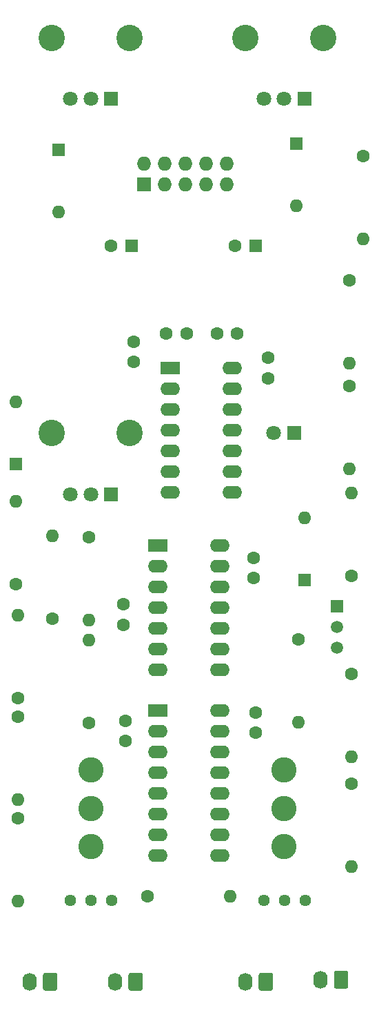
<source format=gbr>
%TF.GenerationSoftware,KiCad,Pcbnew,(5.1.12-1-10_14)*%
%TF.CreationDate,2023-08-06T16:49:54+02:00*%
%TF.ProjectId,xorcist_board,786f7263-6973-4745-9f62-6f6172642e6b,rev?*%
%TF.SameCoordinates,Original*%
%TF.FileFunction,Soldermask,Bot*%
%TF.FilePolarity,Negative*%
%FSLAX46Y46*%
G04 Gerber Fmt 4.6, Leading zero omitted, Abs format (unit mm)*
G04 Created by KiCad (PCBNEW (5.1.12-1-10_14)) date 2023-08-06 16:49:54*
%MOMM*%
%LPD*%
G01*
G04 APERTURE LIST*
%ADD10R,1.800000X1.800000*%
%ADD11C,1.800000*%
%ADD12O,1.740000X2.200000*%
%ADD13C,1.600000*%
%ADD14O,1.600000X1.600000*%
%ADD15O,2.400000X1.600000*%
%ADD16R,2.400000X1.600000*%
%ADD17R,1.600000X1.600000*%
%ADD18C,1.440000*%
%ADD19C,3.240000*%
%ADD20R,1.727200X1.727200*%
%ADD21O,1.727200X1.727200*%
%ADD22C,1.500000*%
%ADD23R,1.500000X1.500000*%
%ADD24C,3.100000*%
G04 APERTURE END LIST*
D10*
%TO.C,D3*%
X327500000Y-87000000D03*
D11*
X324960000Y-87000000D03*
%TD*%
%TO.C,Output*%
G36*
G01*
X308870000Y-153399999D02*
X308870000Y-155100001D01*
G75*
G02*
X308620001Y-155350000I-249999J0D01*
G01*
X307379999Y-155350000D01*
G75*
G02*
X307130000Y-155100001I0J249999D01*
G01*
X307130000Y-153399999D01*
G75*
G02*
X307379999Y-153150000I249999J0D01*
G01*
X308620001Y-153150000D01*
G75*
G02*
X308870000Y-153399999I0J-249999D01*
G01*
G37*
D12*
X305460000Y-154250000D03*
%TD*%
D13*
%TO.C,R5*%
X302250000Y-122500000D03*
D14*
X302250000Y-112340000D03*
%TD*%
D15*
%TO.C,U3*%
X318370000Y-100750000D03*
X310750000Y-115990000D03*
X318370000Y-103290000D03*
X310750000Y-113450000D03*
X318370000Y-105830000D03*
X310750000Y-110910000D03*
X318370000Y-108370000D03*
X310750000Y-108370000D03*
X318370000Y-110910000D03*
X310750000Y-105830000D03*
X318370000Y-113450000D03*
X310750000Y-103290000D03*
X318370000Y-115990000D03*
D16*
X310750000Y-100750000D03*
%TD*%
D15*
%TO.C,U2*%
X318370000Y-121000000D03*
X310750000Y-138780000D03*
X318370000Y-123540000D03*
X310750000Y-136240000D03*
X318370000Y-126080000D03*
X310750000Y-133700000D03*
X318370000Y-128620000D03*
X310750000Y-131160000D03*
X318370000Y-131160000D03*
X310750000Y-128620000D03*
X318370000Y-133700000D03*
X310750000Y-126080000D03*
X318370000Y-136240000D03*
X310750000Y-123540000D03*
X318370000Y-138780000D03*
D16*
X310750000Y-121000000D03*
%TD*%
D14*
%TO.C,D5*%
X328750000Y-97380000D03*
D17*
X328750000Y-105000000D03*
%TD*%
D14*
%TO.C,R2*%
X336000000Y-63160000D03*
D13*
X336000000Y-53000000D03*
%TD*%
D18*
%TO.C,RV5*%
X328830000Y-144250000D03*
X326290000Y-144250000D03*
X323750000Y-144250000D03*
%TD*%
%TO.C,RV4*%
X305080000Y-144250000D03*
X302540000Y-144250000D03*
X300000000Y-144250000D03*
%TD*%
D14*
%TO.C,D4*%
X293250000Y-83130000D03*
D17*
X293250000Y-90750000D03*
%TD*%
D19*
%TO.C,RV3*%
X307300000Y-87000000D03*
X297700000Y-87000000D03*
D11*
X300000000Y-94500000D03*
X302500000Y-94500000D03*
D10*
X305000000Y-94500000D03*
%TD*%
D12*
%TO.C,PitchInput*%
X321460000Y-154250000D03*
G36*
G01*
X324870000Y-153399999D02*
X324870000Y-155100001D01*
G75*
G02*
X324620001Y-155350000I-249999J0D01*
G01*
X323379999Y-155350000D01*
G75*
G02*
X323130000Y-155100001I0J249999D01*
G01*
X323130000Y-153399999D01*
G75*
G02*
X323379999Y-153150000I249999J0D01*
G01*
X324620001Y-153150000D01*
G75*
G02*
X324870000Y-153399999I0J-249999D01*
G01*
G37*
%TD*%
D17*
%TO.C,D2*%
X298500000Y-52250000D03*
D14*
X298500000Y-59870000D03*
%TD*%
D20*
%TO.C,J1*%
X309000000Y-56500000D03*
D21*
X309000000Y-53960000D03*
X311540000Y-56500000D03*
X311540000Y-53960000D03*
X314080000Y-56500000D03*
X314080000Y-53960000D03*
X316620000Y-56500000D03*
X316620000Y-53960000D03*
X319160000Y-56500000D03*
X319160000Y-53960000D03*
%TD*%
%TO.C,Input1*%
G36*
G01*
X298370000Y-153399999D02*
X298370000Y-155100001D01*
G75*
G02*
X298120001Y-155350000I-249999J0D01*
G01*
X296879999Y-155350000D01*
G75*
G02*
X296630000Y-155100001I0J249999D01*
G01*
X296630000Y-153399999D01*
G75*
G02*
X296879999Y-153150000I249999J0D01*
G01*
X298120001Y-153150000D01*
G75*
G02*
X298370000Y-153399999I0J-249999D01*
G01*
G37*
D12*
X294960000Y-154250000D03*
%TD*%
%TO.C,Input2*%
X330710000Y-154000000D03*
G36*
G01*
X334120000Y-153149999D02*
X334120000Y-154850001D01*
G75*
G02*
X333870001Y-155100000I-249999J0D01*
G01*
X332629999Y-155100000D01*
G75*
G02*
X332380000Y-154850001I0J249999D01*
G01*
X332380000Y-153149999D01*
G75*
G02*
X332629999Y-152900000I249999J0D01*
G01*
X333870001Y-152900000D01*
G75*
G02*
X334120000Y-153149999I0J-249999D01*
G01*
G37*
%TD*%
D22*
%TO.C,Q1*%
X332750000Y-110790000D03*
X332750000Y-113330000D03*
D23*
X332750000Y-108250000D03*
%TD*%
D13*
%TO.C,R1*%
X293250000Y-105500000D03*
D14*
X293250000Y-95340000D03*
%TD*%
%TO.C,R3*%
X334500000Y-126660000D03*
D13*
X334500000Y-116500000D03*
%TD*%
%TO.C,R4*%
X293500000Y-121750000D03*
D14*
X293500000Y-131910000D03*
%TD*%
%TO.C,R6*%
X293500000Y-144410000D03*
D13*
X293500000Y-134250000D03*
%TD*%
%TO.C,R7*%
X302250000Y-99750000D03*
D14*
X302250000Y-109910000D03*
%TD*%
D13*
%TO.C,R8*%
X297750000Y-109750000D03*
D14*
X297750000Y-99590000D03*
%TD*%
%TO.C,R9*%
X328000000Y-122410000D03*
D13*
X328000000Y-112250000D03*
%TD*%
D14*
%TO.C,R10*%
X334250000Y-91410000D03*
D13*
X334250000Y-81250000D03*
%TD*%
%TO.C,R11*%
X334250000Y-68250000D03*
D14*
X334250000Y-78410000D03*
%TD*%
%TO.C,R12*%
X293500000Y-109340000D03*
D13*
X293500000Y-119500000D03*
%TD*%
D14*
%TO.C,R13*%
X334500000Y-94340000D03*
D13*
X334500000Y-104500000D03*
%TD*%
%TO.C,R14*%
X334500000Y-130000000D03*
D14*
X334500000Y-140160000D03*
%TD*%
%TO.C,R15*%
X319660000Y-143750000D03*
D13*
X309500000Y-143750000D03*
%TD*%
D10*
%TO.C,RV1*%
X305000000Y-46000000D03*
D11*
X302500000Y-46000000D03*
X300000000Y-46000000D03*
D19*
X297700000Y-38500000D03*
X307300000Y-38500000D03*
%TD*%
%TO.C,RV2*%
X331050000Y-38500000D03*
X321450000Y-38500000D03*
D11*
X323750000Y-46000000D03*
X326250000Y-46000000D03*
D10*
X328750000Y-46000000D03*
%TD*%
D24*
%TO.C,SW1*%
X326250000Y-137700000D03*
X326250000Y-128300000D03*
X326250000Y-133000000D03*
%TD*%
%TO.C,SW2*%
X302500000Y-133000000D03*
X302500000Y-128300000D03*
X302500000Y-137700000D03*
%TD*%
D16*
%TO.C,U1*%
X312250000Y-79000000D03*
D15*
X319870000Y-94240000D03*
X312250000Y-81540000D03*
X319870000Y-91700000D03*
X312250000Y-84080000D03*
X319870000Y-89160000D03*
X312250000Y-86620000D03*
X319870000Y-86620000D03*
X312250000Y-89160000D03*
X319870000Y-84080000D03*
X312250000Y-91700000D03*
X319870000Y-81540000D03*
X312250000Y-94240000D03*
X319870000Y-79000000D03*
%TD*%
D17*
%TO.C,C3*%
X322750000Y-64000000D03*
D13*
X320250000Y-64000000D03*
%TD*%
%TO.C,C1*%
X320500000Y-74750000D03*
X318000000Y-74750000D03*
%TD*%
%TO.C,C2*%
X311750000Y-74750000D03*
X314250000Y-74750000D03*
%TD*%
%TO.C,C4*%
X305000000Y-64000000D03*
D17*
X307500000Y-64000000D03*
%TD*%
D13*
%TO.C,C5*%
X306750000Y-122250000D03*
X306750000Y-124750000D03*
%TD*%
%TO.C,C6*%
X322750000Y-123750000D03*
X322750000Y-121250000D03*
%TD*%
%TO.C,C8*%
X324250000Y-77750000D03*
X324250000Y-80250000D03*
%TD*%
%TO.C,C9*%
X322500000Y-104750000D03*
X322500000Y-102250000D03*
%TD*%
%TO.C,C7*%
X307750000Y-78250000D03*
X307750000Y-75750000D03*
%TD*%
%TO.C,C10*%
X306500000Y-108000000D03*
X306500000Y-110500000D03*
%TD*%
D17*
%TO.C,D1*%
X327750000Y-51500000D03*
D14*
X327750000Y-59120000D03*
%TD*%
M02*

</source>
